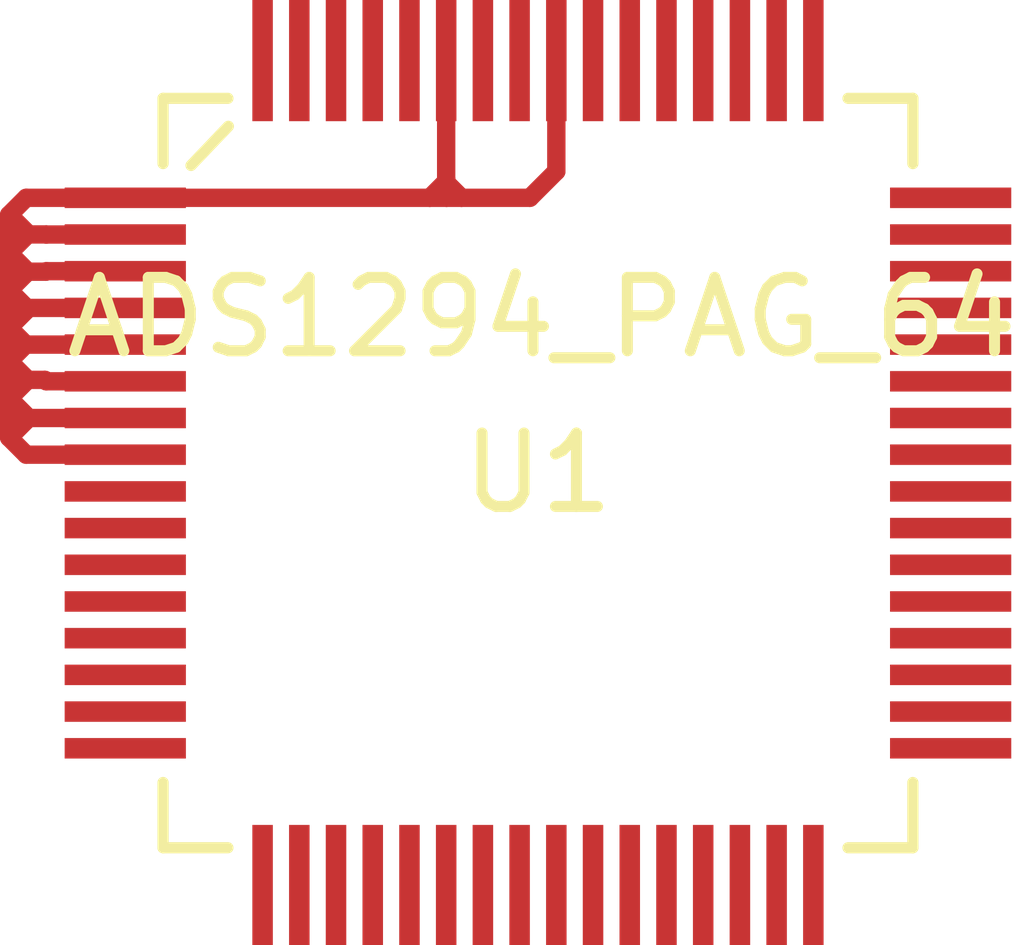
<source format=kicad_pcb>
(kicad_pcb (version 4) (host pcbnew 4.0.2-stable)

  (general
    (links 12)
    (no_connects 12)
    (area 0 0 0 0)
    (thickness 1.6)
    (drawings 0)
    (tracks 67)
    (zones 0)
    (modules 1)
    (nets 53)
  )

  (page A4)
  (layers
    (0 F.Cu signal)
    (1 PowerPlane power)
    (2 GndPlane power)
    (31 B.Cu signal)
    (33 F.Adhes user)
    (35 F.Paste user)
    (37 F.SilkS user)
    (39 F.Mask user)
    (40 Dwgs.User user)
    (41 Cmts.User user)
    (42 Eco1.User user)
    (43 Eco2.User user)
    (44 Edge.Cuts user)
    (45 Margin user)
    (47 F.CrtYd user)
    (49 F.Fab user)
  )

  (setup
    (last_trace_width 0.25)
    (trace_clearance 0.2)
    (zone_clearance 0.508)
    (zone_45_only no)
    (trace_min 0.2)
    (segment_width 0.2)
    (edge_width 0.15)
    (via_size 0.6)
    (via_drill 0.4)
    (via_min_size 0.4)
    (via_min_drill 0.3)
    (uvia_size 0.3)
    (uvia_drill 0.1)
    (uvias_allowed no)
    (uvia_min_size 0.2)
    (uvia_min_drill 0.1)
    (pcb_text_width 0.3)
    (pcb_text_size 1.5 1.5)
    (mod_edge_width 0.15)
    (mod_text_size 1 1)
    (mod_text_width 0.15)
    (pad_size 1.524 1.524)
    (pad_drill 0.762)
    (pad_to_mask_clearance 0.2)
    (aux_axis_origin 0 0)
    (visible_elements FFFFFF7F)
    (pcbplotparams
      (layerselection 0x00030_80000001)
      (usegerberextensions false)
      (excludeedgelayer true)
      (linewidth 0.100000)
      (plotframeref false)
      (viasonmask false)
      (mode 1)
      (useauxorigin false)
      (hpglpennumber 1)
      (hpglpenspeed 20)
      (hpglpendiameter 15)
      (hpglpenoverlay 2)
      (psnegative false)
      (psa4output false)
      (plotreference true)
      (plotvalue true)
      (plotinvisibletext false)
      (padsonsilk false)
      (subtractmaskfromsilk false)
      (outputformat 1)
      (mirror false)
      (drillshape 1)
      (scaleselection 1)
      (outputdirectory ""))
  )

  (net 0 "")
  (net 1 /AVDD)
  (net 2 "Net-(U1-Pad9)")
  (net 3 "Net-(U1-Pad10)")
  (net 4 "Net-(U1-Pad11)")
  (net 5 "Net-(U1-Pad12)")
  (net 6 "Net-(U1-Pad13)")
  (net 7 "Net-(U1-Pad14)")
  (net 8 "Net-(U1-Pad15)")
  (net 9 "Net-(U1-Pad16)")
  (net 10 "Net-(U1-Pad17)")
  (net 11 "Net-(U1-Pad18)")
  (net 12 "Net-(U1-Pad20)")
  (net 13 "Net-(U1-Pad23)")
  (net 14 "Net-(U1-Pad24)")
  (net 15 "Net-(U1-Pad25)")
  (net 16 "Net-(U1-Pad26)")
  (net 17 "Net-(U1-Pad27)")
  (net 18 "Net-(U1-Pad28)")
  (net 19 "Net-(U1-Pad29)")
  (net 20 "Net-(U1-Pad30)")
  (net 21 "Net-(U1-Pad31)")
  (net 22 "Net-(U1-Pad32)")
  (net 23 "Net-(U1-Pad33)")
  (net 24 "Net-(U1-Pad34)")
  (net 25 "Net-(U1-Pad35)")
  (net 26 "Net-(U1-Pad36)")
  (net 27 "Net-(U1-Pad37)")
  (net 28 "Net-(U1-Pad38)")
  (net 29 "Net-(U1-Pad39)")
  (net 30 "Net-(U1-Pad40)")
  (net 31 "Net-(U1-Pad41)")
  (net 32 "Net-(U1-Pad42)")
  (net 33 "Net-(U1-Pad43)")
  (net 34 "Net-(U1-Pad44)")
  (net 35 "Net-(U1-Pad45)")
  (net 36 "Net-(U1-Pad46)")
  (net 37 "Net-(U1-Pad47)")
  (net 38 "Net-(U1-Pad48)")
  (net 39 "Net-(U1-Pad49)")
  (net 40 "Net-(U1-Pad50)")
  (net 41 "Net-(U1-Pad51)")
  (net 42 "Net-(U1-Pad52)")
  (net 43 "Net-(U1-Pad53)")
  (net 44 "Net-(U1-Pad54)")
  (net 45 "Net-(U1-Pad55)")
  (net 46 "Net-(U1-Pad57)")
  (net 47 "Net-(U1-Pad58)")
  (net 48 "Net-(U1-Pad60)")
  (net 49 "Net-(U1-Pad61)")
  (net 50 "Net-(U1-Pad62)")
  (net 51 "Net-(U1-Pad63)")
  (net 52 "Net-(U1-Pad64)")

  (net_class Default "Esta es la clase de red por defecto."
    (clearance 0.2)
    (trace_width 0.25)
    (via_dia 0.6)
    (via_drill 0.4)
    (uvia_dia 0.3)
    (uvia_drill 0.1)
    (add_net /AVDD)
    (add_net "Net-(U1-Pad10)")
    (add_net "Net-(U1-Pad11)")
    (add_net "Net-(U1-Pad12)")
    (add_net "Net-(U1-Pad13)")
    (add_net "Net-(U1-Pad14)")
    (add_net "Net-(U1-Pad15)")
    (add_net "Net-(U1-Pad16)")
    (add_net "Net-(U1-Pad17)")
    (add_net "Net-(U1-Pad18)")
    (add_net "Net-(U1-Pad20)")
    (add_net "Net-(U1-Pad23)")
    (add_net "Net-(U1-Pad24)")
    (add_net "Net-(U1-Pad25)")
    (add_net "Net-(U1-Pad26)")
    (add_net "Net-(U1-Pad27)")
    (add_net "Net-(U1-Pad28)")
    (add_net "Net-(U1-Pad29)")
    (add_net "Net-(U1-Pad30)")
    (add_net "Net-(U1-Pad31)")
    (add_net "Net-(U1-Pad32)")
    (add_net "Net-(U1-Pad33)")
    (add_net "Net-(U1-Pad34)")
    (add_net "Net-(U1-Pad35)")
    (add_net "Net-(U1-Pad36)")
    (add_net "Net-(U1-Pad37)")
    (add_net "Net-(U1-Pad38)")
    (add_net "Net-(U1-Pad39)")
    (add_net "Net-(U1-Pad40)")
    (add_net "Net-(U1-Pad41)")
    (add_net "Net-(U1-Pad42)")
    (add_net "Net-(U1-Pad43)")
    (add_net "Net-(U1-Pad44)")
    (add_net "Net-(U1-Pad45)")
    (add_net "Net-(U1-Pad46)")
    (add_net "Net-(U1-Pad47)")
    (add_net "Net-(U1-Pad48)")
    (add_net "Net-(U1-Pad49)")
    (add_net "Net-(U1-Pad50)")
    (add_net "Net-(U1-Pad51)")
    (add_net "Net-(U1-Pad52)")
    (add_net "Net-(U1-Pad53)")
    (add_net "Net-(U1-Pad54)")
    (add_net "Net-(U1-Pad55)")
    (add_net "Net-(U1-Pad57)")
    (add_net "Net-(U1-Pad58)")
    (add_net "Net-(U1-Pad60)")
    (add_net "Net-(U1-Pad61)")
    (add_net "Net-(U1-Pad62)")
    (add_net "Net-(U1-Pad63)")
    (add_net "Net-(U1-Pad64)")
    (add_net "Net-(U1-Pad9)")
  )

  (module ADS1294-lib:ADS1294_PAG_64 (layer F.Cu) (tedit 0) (tstamp 5B8D856D)
    (at 148.5011 105.0036)
    (path /5B8D8034)
    (fp_text reference U1 (at 0 0) (layer F.SilkS)
      (effects (font (size 1 1) (thickness 0.15)))
    )
    (fp_text value ADS1294_PAG_64 (at 0.0508 -2.1209) (layer F.SilkS)
      (effects (font (size 1 1) (thickness 0.15)))
    )
    (fp_text user "Copyright 2016 Accelerated Designs. All rights reserved." (at 0 0) (layer Cmts.User)
      (effects (font (size 0.127 0.127) (thickness 0.002)))
    )
    (fp_line (start 3.6103 -5.1054) (end 3.8897 -5.1054) (layer Dwgs.User) (width 0.1524))
    (fp_line (start 3.8897 -5.1054) (end 3.8897 -6.096) (layer Dwgs.User) (width 0.1524))
    (fp_line (start 3.8897 -6.096) (end 3.6103 -6.096) (layer Dwgs.User) (width 0.1524))
    (fp_line (start 3.6103 -6.096) (end 3.6103 -5.1054) (layer Dwgs.User) (width 0.1524))
    (fp_line (start 3.1103 -5.1054) (end 3.3897 -5.1054) (layer Dwgs.User) (width 0.1524))
    (fp_line (start 3.3897 -5.1054) (end 3.3897 -6.096) (layer Dwgs.User) (width 0.1524))
    (fp_line (start 3.3897 -6.096) (end 3.1103 -6.096) (layer Dwgs.User) (width 0.1524))
    (fp_line (start 3.1103 -6.096) (end 3.1103 -5.1054) (layer Dwgs.User) (width 0.1524))
    (fp_line (start 2.6103 -5.1054) (end 2.8897 -5.1054) (layer Dwgs.User) (width 0.1524))
    (fp_line (start 2.8897 -5.1054) (end 2.8897 -6.096) (layer Dwgs.User) (width 0.1524))
    (fp_line (start 2.8897 -6.096) (end 2.6103 -6.096) (layer Dwgs.User) (width 0.1524))
    (fp_line (start 2.6103 -6.096) (end 2.6103 -5.1054) (layer Dwgs.User) (width 0.1524))
    (fp_line (start 2.1103 -5.1054) (end 2.3897 -5.1054) (layer Dwgs.User) (width 0.1524))
    (fp_line (start 2.3897 -5.1054) (end 2.3897 -6.096) (layer Dwgs.User) (width 0.1524))
    (fp_line (start 2.3897 -6.096) (end 2.1103 -6.096) (layer Dwgs.User) (width 0.1524))
    (fp_line (start 2.1103 -6.096) (end 2.1103 -5.1054) (layer Dwgs.User) (width 0.1524))
    (fp_line (start 1.6103 -5.1054) (end 1.8897 -5.1054) (layer Dwgs.User) (width 0.1524))
    (fp_line (start 1.8897 -5.1054) (end 1.8897 -6.096) (layer Dwgs.User) (width 0.1524))
    (fp_line (start 1.8897 -6.096) (end 1.6103 -6.096) (layer Dwgs.User) (width 0.1524))
    (fp_line (start 1.6103 -6.096) (end 1.6103 -5.1054) (layer Dwgs.User) (width 0.1524))
    (fp_line (start 1.1103 -5.1054) (end 1.3897 -5.1054) (layer Dwgs.User) (width 0.1524))
    (fp_line (start 1.3897 -5.1054) (end 1.3897 -6.096) (layer Dwgs.User) (width 0.1524))
    (fp_line (start 1.3897 -6.096) (end 1.1103 -6.096) (layer Dwgs.User) (width 0.1524))
    (fp_line (start 1.1103 -6.096) (end 1.1103 -5.1054) (layer Dwgs.User) (width 0.1524))
    (fp_line (start 0.6103 -5.1054) (end 0.8897 -5.1054) (layer Dwgs.User) (width 0.1524))
    (fp_line (start 0.8897 -5.1054) (end 0.8897 -6.096) (layer Dwgs.User) (width 0.1524))
    (fp_line (start 0.8897 -6.096) (end 0.6103 -6.096) (layer Dwgs.User) (width 0.1524))
    (fp_line (start 0.6103 -6.096) (end 0.6103 -5.1054) (layer Dwgs.User) (width 0.1524))
    (fp_line (start 0.1103 -5.1054) (end 0.3897 -5.1054) (layer Dwgs.User) (width 0.1524))
    (fp_line (start 0.3897 -5.1054) (end 0.3897 -6.096) (layer Dwgs.User) (width 0.1524))
    (fp_line (start 0.3897 -6.096) (end 0.1103 -6.096) (layer Dwgs.User) (width 0.1524))
    (fp_line (start 0.1103 -6.096) (end 0.1103 -5.1054) (layer Dwgs.User) (width 0.1524))
    (fp_line (start -0.3897 -5.1054) (end -0.1103 -5.1054) (layer Dwgs.User) (width 0.1524))
    (fp_line (start -0.1103 -5.1054) (end -0.1103 -6.096) (layer Dwgs.User) (width 0.1524))
    (fp_line (start -0.1103 -6.096) (end -0.3897 -6.096) (layer Dwgs.User) (width 0.1524))
    (fp_line (start -0.3897 -6.096) (end -0.3897 -5.1054) (layer Dwgs.User) (width 0.1524))
    (fp_line (start -0.8897 -5.1054) (end -0.6103 -5.1054) (layer Dwgs.User) (width 0.1524))
    (fp_line (start -0.6103 -5.1054) (end -0.6103 -6.096) (layer Dwgs.User) (width 0.1524))
    (fp_line (start -0.6103 -6.096) (end -0.8897 -6.096) (layer Dwgs.User) (width 0.1524))
    (fp_line (start -0.8897 -6.096) (end -0.8897 -5.1054) (layer Dwgs.User) (width 0.1524))
    (fp_line (start -1.3897 -5.1054) (end -1.1103 -5.1054) (layer Dwgs.User) (width 0.1524))
    (fp_line (start -1.1103 -5.1054) (end -1.1103 -6.096) (layer Dwgs.User) (width 0.1524))
    (fp_line (start -1.1103 -6.096) (end -1.3897 -6.096) (layer Dwgs.User) (width 0.1524))
    (fp_line (start -1.3897 -6.096) (end -1.3897 -5.1054) (layer Dwgs.User) (width 0.1524))
    (fp_line (start -1.8897 -5.1054) (end -1.6103 -5.1054) (layer Dwgs.User) (width 0.1524))
    (fp_line (start -1.6103 -5.1054) (end -1.6103 -6.096) (layer Dwgs.User) (width 0.1524))
    (fp_line (start -1.6103 -6.096) (end -1.8897 -6.096) (layer Dwgs.User) (width 0.1524))
    (fp_line (start -1.8897 -6.096) (end -1.8897 -5.1054) (layer Dwgs.User) (width 0.1524))
    (fp_line (start -2.3897 -5.1054) (end -2.1103 -5.1054) (layer Dwgs.User) (width 0.1524))
    (fp_line (start -2.1103 -5.1054) (end -2.1103 -6.096) (layer Dwgs.User) (width 0.1524))
    (fp_line (start -2.1103 -6.096) (end -2.3897 -6.096) (layer Dwgs.User) (width 0.1524))
    (fp_line (start -2.3897 -6.096) (end -2.3897 -5.1054) (layer Dwgs.User) (width 0.1524))
    (fp_line (start -2.8897 -5.1054) (end -2.6103 -5.1054) (layer Dwgs.User) (width 0.1524))
    (fp_line (start -2.6103 -5.1054) (end -2.6103 -6.096) (layer Dwgs.User) (width 0.1524))
    (fp_line (start -2.6103 -6.096) (end -2.8897 -6.096) (layer Dwgs.User) (width 0.1524))
    (fp_line (start -2.8897 -6.096) (end -2.8897 -5.1054) (layer Dwgs.User) (width 0.1524))
    (fp_line (start -3.3897 -5.1054) (end -3.1103 -5.1054) (layer Dwgs.User) (width 0.1524))
    (fp_line (start -3.1103 -5.1054) (end -3.1103 -6.096) (layer Dwgs.User) (width 0.1524))
    (fp_line (start -3.1103 -6.096) (end -3.3897 -6.096) (layer Dwgs.User) (width 0.1524))
    (fp_line (start -3.3897 -6.096) (end -3.3897 -5.1054) (layer Dwgs.User) (width 0.1524))
    (fp_line (start -3.8897 -5.1054) (end -3.6103 -5.1054) (layer Dwgs.User) (width 0.1524))
    (fp_line (start -3.6103 -5.1054) (end -3.6103 -6.096) (layer Dwgs.User) (width 0.1524))
    (fp_line (start -3.6103 -6.096) (end -3.8897 -6.096) (layer Dwgs.User) (width 0.1524))
    (fp_line (start -3.8897 -6.096) (end -3.8897 -5.1054) (layer Dwgs.User) (width 0.1524))
    (fp_line (start -5.1054 -3.6068) (end -5.1054 -3.8862) (layer Dwgs.User) (width 0.1524))
    (fp_line (start -5.1054 -3.8862) (end -6.096 -3.8862) (layer Dwgs.User) (width 0.1524))
    (fp_line (start -6.096 -3.8862) (end -6.096 -3.6068) (layer Dwgs.User) (width 0.1524))
    (fp_line (start -6.096 -3.6068) (end -5.1054 -3.6068) (layer Dwgs.User) (width 0.1524))
    (fp_line (start -5.1054 -3.0988) (end -5.1054 -3.3782) (layer Dwgs.User) (width 0.1524))
    (fp_line (start -5.1054 -3.3782) (end -6.096 -3.3782) (layer Dwgs.User) (width 0.1524))
    (fp_line (start -6.096 -3.3782) (end -6.096 -3.0988) (layer Dwgs.User) (width 0.1524))
    (fp_line (start -6.096 -3.0988) (end -5.1054 -3.0988) (layer Dwgs.User) (width 0.1524))
    (fp_line (start -5.1054 -2.5908) (end -5.1054 -2.8702) (layer Dwgs.User) (width 0.1524))
    (fp_line (start -5.1054 -2.8702) (end -6.096 -2.8702) (layer Dwgs.User) (width 0.1524))
    (fp_line (start -6.096 -2.8702) (end -6.096 -2.5908) (layer Dwgs.User) (width 0.1524))
    (fp_line (start -6.096 -2.5908) (end -5.1054 -2.5908) (layer Dwgs.User) (width 0.1524))
    (fp_line (start -5.1054 -2.1082) (end -5.1054 -2.3876) (layer Dwgs.User) (width 0.1524))
    (fp_line (start -5.1054 -2.3876) (end -6.096 -2.3876) (layer Dwgs.User) (width 0.1524))
    (fp_line (start -6.096 -2.3876) (end -6.096 -2.1082) (layer Dwgs.User) (width 0.1524))
    (fp_line (start -6.096 -2.1082) (end -5.1054 -2.1082) (layer Dwgs.User) (width 0.1524))
    (fp_line (start -5.1054 -1.6002) (end -5.1054 -1.8796) (layer Dwgs.User) (width 0.1524))
    (fp_line (start -5.1054 -1.8796) (end -6.096 -1.8796) (layer Dwgs.User) (width 0.1524))
    (fp_line (start -6.096 -1.8796) (end -6.096 -1.6002) (layer Dwgs.User) (width 0.1524))
    (fp_line (start -6.096 -1.6002) (end -5.1054 -1.6002) (layer Dwgs.User) (width 0.1524))
    (fp_line (start -5.1054 -1.0922) (end -5.1054 -1.3716) (layer Dwgs.User) (width 0.1524))
    (fp_line (start -5.1054 -1.3716) (end -6.096 -1.3716) (layer Dwgs.User) (width 0.1524))
    (fp_line (start -6.096 -1.3716) (end -6.096 -1.0922) (layer Dwgs.User) (width 0.1524))
    (fp_line (start -6.096 -1.0922) (end -5.1054 -1.0922) (layer Dwgs.User) (width 0.1524))
    (fp_line (start -5.1054 -0.6096) (end -5.1054 -0.889) (layer Dwgs.User) (width 0.1524))
    (fp_line (start -5.1054 -0.889) (end -6.096 -0.889) (layer Dwgs.User) (width 0.1524))
    (fp_line (start -6.096 -0.889) (end -6.096 -0.6096) (layer Dwgs.User) (width 0.1524))
    (fp_line (start -6.096 -0.6096) (end -5.1054 -0.6096) (layer Dwgs.User) (width 0.1524))
    (fp_line (start -5.1054 -0.1016) (end -5.1054 -0.381) (layer Dwgs.User) (width 0.1524))
    (fp_line (start -5.1054 -0.381) (end -6.096 -0.381) (layer Dwgs.User) (width 0.1524))
    (fp_line (start -6.096 -0.381) (end -6.096 -0.1016) (layer Dwgs.User) (width 0.1524))
    (fp_line (start -6.096 -0.1016) (end -5.1054 -0.1016) (layer Dwgs.User) (width 0.1524))
    (fp_line (start -5.1054 0.381) (end -5.1054 0.1016) (layer Dwgs.User) (width 0.1524))
    (fp_line (start -5.1054 0.1016) (end -6.096 0.1016) (layer Dwgs.User) (width 0.1524))
    (fp_line (start -6.096 0.1016) (end -6.096 0.381) (layer Dwgs.User) (width 0.1524))
    (fp_line (start -6.096 0.381) (end -5.1054 0.381) (layer Dwgs.User) (width 0.1524))
    (fp_line (start -5.1054 0.889) (end -5.1054 0.6096) (layer Dwgs.User) (width 0.1524))
    (fp_line (start -5.1054 0.6096) (end -6.096 0.6096) (layer Dwgs.User) (width 0.1524))
    (fp_line (start -6.096 0.6096) (end -6.096 0.889) (layer Dwgs.User) (width 0.1524))
    (fp_line (start -6.096 0.889) (end -5.1054 0.889) (layer Dwgs.User) (width 0.1524))
    (fp_line (start -5.1054 1.3716) (end -5.1054 1.0922) (layer Dwgs.User) (width 0.1524))
    (fp_line (start -5.1054 1.0922) (end -6.096 1.0922) (layer Dwgs.User) (width 0.1524))
    (fp_line (start -6.096 1.0922) (end -6.096 1.3716) (layer Dwgs.User) (width 0.1524))
    (fp_line (start -6.096 1.3716) (end -5.1054 1.3716) (layer Dwgs.User) (width 0.1524))
    (fp_line (start -5.1054 1.8796) (end -5.1054 1.6002) (layer Dwgs.User) (width 0.1524))
    (fp_line (start -5.1054 1.6002) (end -6.096 1.6002) (layer Dwgs.User) (width 0.1524))
    (fp_line (start -6.096 1.6002) (end -6.096 1.8796) (layer Dwgs.User) (width 0.1524))
    (fp_line (start -6.096 1.8796) (end -5.1054 1.8796) (layer Dwgs.User) (width 0.1524))
    (fp_line (start -5.1054 2.3876) (end -5.1054 2.1082) (layer Dwgs.User) (width 0.1524))
    (fp_line (start -5.1054 2.1082) (end -6.096 2.1082) (layer Dwgs.User) (width 0.1524))
    (fp_line (start -6.096 2.1082) (end -6.096 2.3876) (layer Dwgs.User) (width 0.1524))
    (fp_line (start -6.096 2.3876) (end -5.1054 2.3876) (layer Dwgs.User) (width 0.1524))
    (fp_line (start -5.1054 2.8702) (end -5.1054 2.5908) (layer Dwgs.User) (width 0.1524))
    (fp_line (start -5.1054 2.5908) (end -6.096 2.5908) (layer Dwgs.User) (width 0.1524))
    (fp_line (start -6.096 2.5908) (end -6.096 2.8702) (layer Dwgs.User) (width 0.1524))
    (fp_line (start -6.096 2.8702) (end -5.1054 2.8702) (layer Dwgs.User) (width 0.1524))
    (fp_line (start -5.1054 3.3782) (end -5.1054 3.0988) (layer Dwgs.User) (width 0.1524))
    (fp_line (start -5.1054 3.0988) (end -6.096 3.0988) (layer Dwgs.User) (width 0.1524))
    (fp_line (start -6.096 3.0988) (end -6.096 3.3782) (layer Dwgs.User) (width 0.1524))
    (fp_line (start -6.096 3.3782) (end -5.1054 3.3782) (layer Dwgs.User) (width 0.1524))
    (fp_line (start -5.1054 3.8862) (end -5.1054 3.6068) (layer Dwgs.User) (width 0.1524))
    (fp_line (start -5.1054 3.6068) (end -6.096 3.6068) (layer Dwgs.User) (width 0.1524))
    (fp_line (start -6.096 3.6068) (end -6.096 3.8862) (layer Dwgs.User) (width 0.1524))
    (fp_line (start -6.096 3.8862) (end -5.1054 3.8862) (layer Dwgs.User) (width 0.1524))
    (fp_line (start -3.6103 5.1054) (end -3.8897 5.1054) (layer Dwgs.User) (width 0.1524))
    (fp_line (start -3.8897 5.1054) (end -3.8897 6.096) (layer Dwgs.User) (width 0.1524))
    (fp_line (start -3.8897 6.096) (end -3.6103 6.096) (layer Dwgs.User) (width 0.1524))
    (fp_line (start -3.6103 6.096) (end -3.6103 5.1054) (layer Dwgs.User) (width 0.1524))
    (fp_line (start -3.1103 5.1054) (end -3.3897 5.1054) (layer Dwgs.User) (width 0.1524))
    (fp_line (start -3.3897 5.1054) (end -3.3897 6.096) (layer Dwgs.User) (width 0.1524))
    (fp_line (start -3.3897 6.096) (end -3.1103 6.096) (layer Dwgs.User) (width 0.1524))
    (fp_line (start -3.1103 6.096) (end -3.1103 5.1054) (layer Dwgs.User) (width 0.1524))
    (fp_line (start -2.6103 5.1054) (end -2.8897 5.1054) (layer Dwgs.User) (width 0.1524))
    (fp_line (start -2.8897 5.1054) (end -2.8897 6.096) (layer Dwgs.User) (width 0.1524))
    (fp_line (start -2.8897 6.096) (end -2.6103 6.096) (layer Dwgs.User) (width 0.1524))
    (fp_line (start -2.6103 6.096) (end -2.6103 5.1054) (layer Dwgs.User) (width 0.1524))
    (fp_line (start -2.1103 5.1054) (end -2.3897 5.1054) (layer Dwgs.User) (width 0.1524))
    (fp_line (start -2.3897 5.1054) (end -2.3897 6.096) (layer Dwgs.User) (width 0.1524))
    (fp_line (start -2.3897 6.096) (end -2.1103 6.096) (layer Dwgs.User) (width 0.1524))
    (fp_line (start -2.1103 6.096) (end -2.1103 5.1054) (layer Dwgs.User) (width 0.1524))
    (fp_line (start -1.6103 5.1054) (end -1.8897 5.1054) (layer Dwgs.User) (width 0.1524))
    (fp_line (start -1.8897 5.1054) (end -1.8897 6.096) (layer Dwgs.User) (width 0.1524))
    (fp_line (start -1.8897 6.096) (end -1.6103 6.096) (layer Dwgs.User) (width 0.1524))
    (fp_line (start -1.6103 6.096) (end -1.6103 5.1054) (layer Dwgs.User) (width 0.1524))
    (fp_line (start -1.1103 5.1054) (end -1.3897 5.1054) (layer Dwgs.User) (width 0.1524))
    (fp_line (start -1.3897 5.1054) (end -1.3897 6.096) (layer Dwgs.User) (width 0.1524))
    (fp_line (start -1.3897 6.096) (end -1.1103 6.096) (layer Dwgs.User) (width 0.1524))
    (fp_line (start -1.1103 6.096) (end -1.1103 5.1054) (layer Dwgs.User) (width 0.1524))
    (fp_line (start -0.6103 5.1054) (end -0.8897 5.1054) (layer Dwgs.User) (width 0.1524))
    (fp_line (start -0.8897 5.1054) (end -0.8897 6.096) (layer Dwgs.User) (width 0.1524))
    (fp_line (start -0.8897 6.096) (end -0.6103 6.096) (layer Dwgs.User) (width 0.1524))
    (fp_line (start -0.6103 6.096) (end -0.6103 5.1054) (layer Dwgs.User) (width 0.1524))
    (fp_line (start -0.1103 5.1054) (end -0.3897 5.1054) (layer Dwgs.User) (width 0.1524))
    (fp_line (start -0.3897 5.1054) (end -0.3897 6.096) (layer Dwgs.User) (width 0.1524))
    (fp_line (start -0.3897 6.096) (end -0.1103 6.096) (layer Dwgs.User) (width 0.1524))
    (fp_line (start -0.1103 6.096) (end -0.1103 5.1054) (layer Dwgs.User) (width 0.1524))
    (fp_line (start 0.3897 5.1054) (end 0.1103 5.1054) (layer Dwgs.User) (width 0.1524))
    (fp_line (start 0.1103 5.1054) (end 0.1103 6.096) (layer Dwgs.User) (width 0.1524))
    (fp_line (start 0.1103 6.096) (end 0.3897 6.096) (layer Dwgs.User) (width 0.1524))
    (fp_line (start 0.3897 6.096) (end 0.3897 5.1054) (layer Dwgs.User) (width 0.1524))
    (fp_line (start 0.8897 5.1054) (end 0.6103 5.1054) (layer Dwgs.User) (width 0.1524))
    (fp_line (start 0.6103 5.1054) (end 0.6103 6.096) (layer Dwgs.User) (width 0.1524))
    (fp_line (start 0.6103 6.096) (end 0.8897 6.096) (layer Dwgs.User) (width 0.1524))
    (fp_line (start 0.8897 6.096) (end 0.8897 5.1054) (layer Dwgs.User) (width 0.1524))
    (fp_line (start 1.3897 5.1054) (end 1.1103 5.1054) (layer Dwgs.User) (width 0.1524))
    (fp_line (start 1.1103 5.1054) (end 1.1103 6.096) (layer Dwgs.User) (width 0.1524))
    (fp_line (start 1.1103 6.096) (end 1.3897 6.096) (layer Dwgs.User) (width 0.1524))
    (fp_line (start 1.3897 6.096) (end 1.3897 5.1054) (layer Dwgs.User) (width 0.1524))
    (fp_line (start 1.8897 5.1054) (end 1.6103 5.1054) (layer Dwgs.User) (width 0.1524))
    (fp_line (start 1.6103 5.1054) (end 1.6103 6.096) (layer Dwgs.User) (width 0.1524))
    (fp_line (start 1.6103 6.096) (end 1.8897 6.096) (layer Dwgs.User) (width 0.1524))
    (fp_line (start 1.8897 6.096) (end 1.8897 5.1054) (layer Dwgs.User) (width 0.1524))
    (fp_line (start 2.3897 5.1054) (end 2.1103 5.1054) (layer Dwgs.User) (width 0.1524))
    (fp_line (start 2.1103 5.1054) (end 2.1103 6.096) (layer Dwgs.User) (width 0.1524))
    (fp_line (start 2.1103 6.096) (end 2.3897 6.096) (layer Dwgs.User) (width 0.1524))
    (fp_line (start 2.3897 6.096) (end 2.3897 5.1054) (layer Dwgs.User) (width 0.1524))
    (fp_line (start 2.8897 5.1054) (end 2.6103 5.1054) (layer Dwgs.User) (width 0.1524))
    (fp_line (start 2.6103 5.1054) (end 2.6103 6.096) (layer Dwgs.User) (width 0.1524))
    (fp_line (start 2.6103 6.096) (end 2.8897 6.096) (layer Dwgs.User) (width 0.1524))
    (fp_line (start 2.8897 6.096) (end 2.8897 5.1054) (layer Dwgs.User) (width 0.1524))
    (fp_line (start 3.3897 5.1054) (end 3.1103 5.1054) (layer Dwgs.User) (width 0.1524))
    (fp_line (start 3.1103 5.1054) (end 3.1103 6.096) (layer Dwgs.User) (width 0.1524))
    (fp_line (start 3.1103 6.096) (end 3.3897 6.096) (layer Dwgs.User) (width 0.1524))
    (fp_line (start 3.3897 6.096) (end 3.3897 5.1054) (layer Dwgs.User) (width 0.1524))
    (fp_line (start 3.8897 5.1054) (end 3.6103 5.1054) (layer Dwgs.User) (width 0.1524))
    (fp_line (start 3.6103 5.1054) (end 3.6103 6.096) (layer Dwgs.User) (width 0.1524))
    (fp_line (start 3.6103 6.096) (end 3.8897 6.096) (layer Dwgs.User) (width 0.1524))
    (fp_line (start 3.8897 6.096) (end 3.8897 5.1054) (layer Dwgs.User) (width 0.1524))
    (fp_line (start 5.1054 3.6068) (end 5.1054 3.8862) (layer Dwgs.User) (width 0.1524))
    (fp_line (start 5.1054 3.8862) (end 6.096 3.8862) (layer Dwgs.User) (width 0.1524))
    (fp_line (start 6.096 3.8862) (end 6.096 3.6068) (layer Dwgs.User) (width 0.1524))
    (fp_line (start 6.096 3.6068) (end 5.1054 3.6068) (layer Dwgs.User) (width 0.1524))
    (fp_line (start 5.1054 3.0988) (end 5.1054 3.3782) (layer Dwgs.User) (width 0.1524))
    (fp_line (start 5.1054 3.3782) (end 6.096 3.3782) (layer Dwgs.User) (width 0.1524))
    (fp_line (start 6.096 3.3782) (end 6.096 3.0988) (layer Dwgs.User) (width 0.1524))
    (fp_line (start 6.096 3.0988) (end 5.1054 3.0988) (layer Dwgs.User) (width 0.1524))
    (fp_line (start 5.1054 2.5908) (end 5.1054 2.8702) (layer Dwgs.User) (width 0.1524))
    (fp_line (start 5.1054 2.8702) (end 6.096 2.8702) (layer Dwgs.User) (width 0.1524))
    (fp_line (start 6.096 2.8702) (end 6.096 2.5908) (layer Dwgs.User) (width 0.1524))
    (fp_line (start 6.096 2.5908) (end 5.1054 2.5908) (layer Dwgs.User) (width 0.1524))
    (fp_line (start 5.1054 2.1082) (end 5.1054 2.3876) (layer Dwgs.User) (width 0.1524))
    (fp_line (start 5.1054 2.3876) (end 6.096 2.3876) (layer Dwgs.User) (width 0.1524))
    (fp_line (start 6.096 2.3876) (end 6.096 2.1082) (layer Dwgs.User) (width 0.1524))
    (fp_line (start 6.096 2.1082) (end 5.1054 2.1082) (layer Dwgs.User) (width 0.1524))
    (fp_line (start 5.1054 1.6002) (end 5.1054 1.8796) (layer Dwgs.User) (width 0.1524))
    (fp_line (start 5.1054 1.8796) (end 6.096 1.8796) (layer Dwgs.User) (width 0.1524))
    (fp_line (start 6.096 1.8796) (end 6.096 1.6002) (layer Dwgs.User) (width 0.1524))
    (fp_line (start 6.096 1.6002) (end 5.1054 1.6002) (layer Dwgs.User) (width 0.1524))
    (fp_line (start 5.1054 1.0922) (end 5.1054 1.3716) (layer Dwgs.User) (width 0.1524))
    (fp_line (start 5.1054 1.3716) (end 6.096 1.3716) (layer Dwgs.User) (width 0.1524))
    (fp_line (start 6.096 1.3716) (end 6.096 1.0922) (layer Dwgs.User) (width 0.1524))
    (fp_line (start 6.096 1.0922) (end 5.1054 1.0922) (layer Dwgs.User) (width 0.1524))
    (fp_line (start 5.1054 0.6096) (end 5.1054 0.889) (layer Dwgs.User) (width 0.1524))
    (fp_line (start 5.1054 0.889) (end 6.096 0.889) (layer Dwgs.User) (width 0.1524))
    (fp_line (start 6.096 0.889) (end 6.096 0.6096) (layer Dwgs.User) (width 0.1524))
    (fp_line (start 6.096 0.6096) (end 5.1054 0.6096) (layer Dwgs.User) (width 0.1524))
    (fp_line (start 5.1054 0.1016) (end 5.1054 0.381) (layer Dwgs.User) (width 0.1524))
    (fp_line (start 5.1054 0.381) (end 6.096 0.381) (layer Dwgs.User) (width 0.1524))
    (fp_line (start 6.096 0.381) (end 6.096 0.1016) (layer Dwgs.User) (width 0.1524))
    (fp_line (start 6.096 0.1016) (end 5.1054 0.1016) (layer Dwgs.User) (width 0.1524))
    (fp_line (start 5.1054 -0.381) (end 5.1054 -0.1016) (layer Dwgs.User) (width 0.1524))
    (fp_line (start 5.1054 -0.1016) (end 6.096 -0.1016) (layer Dwgs.User) (width 0.1524))
    (fp_line (start 6.096 -0.1016) (end 6.096 -0.381) (layer Dwgs.User) (width 0.1524))
    (fp_line (start 6.096 -0.381) (end 5.1054 -0.381) (layer Dwgs.User) (width 0.1524))
    (fp_line (start 5.1054 -0.889) (end 5.1054 -0.6096) (layer Dwgs.User) (width 0.1524))
    (fp_line (start 5.1054 -0.6096) (end 6.096 -0.6096) (layer Dwgs.User) (width 0.1524))
    (fp_line (start 6.096 -0.6096) (end 6.096 -0.889) (layer Dwgs.User) (width 0.1524))
    (fp_line (start 6.096 -0.889) (end 5.1054 -0.889) (layer Dwgs.User) (width 0.1524))
    (fp_line (start 5.1054 -1.3716) (end 5.1054 -1.0922) (layer Dwgs.User) (width 0.1524))
    (fp_line (start 5.1054 -1.0922) (end 6.096 -1.0922) (layer Dwgs.User) (width 0.1524))
    (fp_line (start 6.096 -1.0922) (end 6.096 -1.3716) (layer Dwgs.User) (width 0.1524))
    (fp_line (start 6.096 -1.3716) (end 5.1054 -1.3716) (layer Dwgs.User) (width 0.1524))
    (fp_line (start 5.1054 -1.8796) (end 5.1054 -1.6002) (layer Dwgs.User) (width 0.1524))
    (fp_line (start 5.1054 -1.6002) (end 6.096 -1.6002) (layer Dwgs.User) (width 0.1524))
    (fp_line (start 6.096 -1.6002) (end 6.096 -1.8796) (layer Dwgs.User) (width 0.1524))
    (fp_line (start 6.096 -1.8796) (end 5.1054 -1.8796) (layer Dwgs.User) (width 0.1524))
    (fp_line (start 5.1054 -2.3876) (end 5.1054 -2.1082) (layer Dwgs.User) (width 0.1524))
    (fp_line (start 5.1054 -2.1082) (end 6.096 -2.1082) (layer Dwgs.User) (width 0.1524))
    (fp_line (start 6.096 -2.1082) (end 6.096 -2.3876) (layer Dwgs.User) (width 0.1524))
    (fp_line (start 6.096 -2.3876) (end 5.1054 -2.3876) (layer Dwgs.User) (width 0.1524))
    (fp_line (start 5.1054 -2.8702) (end 5.1054 -2.5908) (layer Dwgs.User) (width 0.1524))
    (fp_line (start 5.1054 -2.5908) (end 6.096 -2.5908) (layer Dwgs.User) (width 0.1524))
    (fp_line (start 6.096 -2.5908) (end 6.096 -2.8702) (layer Dwgs.User) (width 0.1524))
    (fp_line (start 6.096 -2.8702) (end 5.1054 -2.8702) (layer Dwgs.User) (width 0.1524))
    (fp_line (start 5.1054 -3.3782) (end 5.1054 -3.0988) (layer Dwgs.User) (width 0.1524))
    (fp_line (start 5.1054 -3.0988) (end 6.096 -3.0988) (layer Dwgs.User) (width 0.1524))
    (fp_line (start 6.096 -3.0988) (end 6.096 -3.3782) (layer Dwgs.User) (width 0.1524))
    (fp_line (start 6.096 -3.3782) (end 5.1054 -3.3782) (layer Dwgs.User) (width 0.1524))
    (fp_line (start 5.1054 -3.8862) (end 5.1054 -3.6068) (layer Dwgs.User) (width 0.1524))
    (fp_line (start 5.1054 -3.6068) (end 6.096 -3.6068) (layer Dwgs.User) (width 0.1524))
    (fp_line (start 6.096 -3.6068) (end 6.096 -3.8862) (layer Dwgs.User) (width 0.1524))
    (fp_line (start 6.096 -3.8862) (end 5.1054 -3.8862) (layer Dwgs.User) (width 0.1524))
    (fp_line (start -4.724463 -4.191) (end -4.216337 -4.7244) (layer F.SilkS) (width 0.1524))
    (fp_line (start -5.1054 -3.8354) (end -3.8354 -5.1054) (layer Dwgs.User) (width 0.1524))
    (fp_line (start -5.1054 5.1054) (end -4.22244 5.1054) (layer F.SilkS) (width 0.1524))
    (fp_line (start 5.1054 5.1054) (end 5.1054 4.2164) (layer F.SilkS) (width 0.1524))
    (fp_line (start 5.1054 -5.1054) (end 4.22244 -5.1054) (layer F.SilkS) (width 0.1524))
    (fp_line (start -5.1054 -5.1054) (end -5.1054 -4.2164) (layer F.SilkS) (width 0.1524))
    (fp_line (start -5.1054 4.2164) (end -5.1054 5.1054) (layer F.SilkS) (width 0.1524))
    (fp_line (start -5.1054 5.1054) (end 5.1054 5.1054) (layer Dwgs.User) (width 0.1524))
    (fp_line (start 5.1054 5.1054) (end 5.1054 5.1054) (layer Dwgs.User) (width 0.1524))
    (fp_line (start 5.1054 5.1054) (end 5.1054 -5.1054) (layer Dwgs.User) (width 0.1524))
    (fp_line (start 5.1054 -5.1054) (end 5.1054 -5.1054) (layer Dwgs.User) (width 0.1524))
    (fp_line (start 5.1054 -5.1054) (end -5.1054 -5.1054) (layer Dwgs.User) (width 0.1524))
    (fp_line (start -5.1054 -5.1054) (end -5.1054 -5.1054) (layer Dwgs.User) (width 0.1524))
    (fp_line (start -5.1054 -5.1054) (end -5.1054 5.1054) (layer Dwgs.User) (width 0.1524))
    (fp_line (start -5.1054 5.1054) (end -5.1054 5.1054) (layer Dwgs.User) (width 0.1524))
    (fp_line (start 4.22244 5.1054) (end 5.1054 5.1054) (layer F.SilkS) (width 0.1524))
    (fp_line (start 5.1054 -4.2164) (end 5.1054 -5.1054) (layer F.SilkS) (width 0.1524))
    (fp_line (start -4.22244 -5.1054) (end -5.1054 -5.1054) (layer F.SilkS) (width 0.1524))
    (pad 1 smd rect (at -5.61975 -3.75 90) (size 0.2794 1.651) (layers F.Cu F.Paste F.Mask)
      (net 1 /AVDD))
    (pad 2 smd rect (at -5.61975 -3.250001 90) (size 0.2794 1.651) (layers F.Cu F.Paste F.Mask)
      (net 1 /AVDD))
    (pad 3 smd rect (at -5.61975 -2.75 90) (size 0.2794 1.651) (layers F.Cu F.Paste F.Mask)
      (net 1 /AVDD))
    (pad 4 smd rect (at -5.61975 -2.250001 90) (size 0.2794 1.651) (layers F.Cu F.Paste F.Mask)
      (net 1 /AVDD))
    (pad 5 smd rect (at -5.61975 -1.749999 90) (size 0.2794 1.651) (layers F.Cu F.Paste F.Mask)
      (net 1 /AVDD))
    (pad 6 smd rect (at -5.61975 -1.25 90) (size 0.2794 1.651) (layers F.Cu F.Paste F.Mask)
      (net 1 /AVDD))
    (pad 7 smd rect (at -5.61975 -0.750001 90) (size 0.2794 1.651) (layers F.Cu F.Paste F.Mask)
      (net 1 /AVDD))
    (pad 8 smd rect (at -5.61975 -0.25 90) (size 0.2794 1.651) (layers F.Cu F.Paste F.Mask)
      (net 1 /AVDD))
    (pad 9 smd rect (at -5.61975 0.25 90) (size 0.2794 1.651) (layers F.Cu F.Paste F.Mask)
      (net 2 "Net-(U1-Pad9)"))
    (pad 10 smd rect (at -5.61975 0.750001 90) (size 0.2794 1.651) (layers F.Cu F.Paste F.Mask)
      (net 3 "Net-(U1-Pad10)"))
    (pad 11 smd rect (at -5.61975 1.25 90) (size 0.2794 1.651) (layers F.Cu F.Paste F.Mask)
      (net 4 "Net-(U1-Pad11)"))
    (pad 12 smd rect (at -5.61975 1.749999 90) (size 0.2794 1.651) (layers F.Cu F.Paste F.Mask)
      (net 5 "Net-(U1-Pad12)"))
    (pad 13 smd rect (at -5.61975 2.250001 90) (size 0.2794 1.651) (layers F.Cu F.Paste F.Mask)
      (net 6 "Net-(U1-Pad13)"))
    (pad 14 smd rect (at -5.61975 2.75 90) (size 0.2794 1.651) (layers F.Cu F.Paste F.Mask)
      (net 7 "Net-(U1-Pad14)"))
    (pad 15 smd rect (at -5.61975 3.250001 90) (size 0.2794 1.651) (layers F.Cu F.Paste F.Mask)
      (net 8 "Net-(U1-Pad15)"))
    (pad 16 smd rect (at -5.61975 3.75 90) (size 0.2794 1.651) (layers F.Cu F.Paste F.Mask)
      (net 9 "Net-(U1-Pad16)"))
    (pad 17 smd rect (at -3.75 5.61975) (size 0.2794 1.651) (layers F.Cu F.Paste F.Mask)
      (net 10 "Net-(U1-Pad17)"))
    (pad 18 smd rect (at -3.250001 5.61975) (size 0.2794 1.651) (layers F.Cu F.Paste F.Mask)
      (net 11 "Net-(U1-Pad18)"))
    (pad 19 smd rect (at -2.75 5.61975) (size 0.2794 1.651) (layers F.Cu F.Paste F.Mask)
      (net 1 /AVDD))
    (pad 20 smd rect (at -2.250001 5.61975) (size 0.2794 1.651) (layers F.Cu F.Paste F.Mask)
      (net 12 "Net-(U1-Pad20)"))
    (pad 21 smd rect (at -1.749999 5.61975) (size 0.2794 1.651) (layers F.Cu F.Paste F.Mask)
      (net 1 /AVDD))
    (pad 22 smd rect (at -1.25 5.61975) (size 0.2794 1.651) (layers F.Cu F.Paste F.Mask)
      (net 1 /AVDD))
    (pad 23 smd rect (at -0.750001 5.61975) (size 0.2794 1.651) (layers F.Cu F.Paste F.Mask)
      (net 13 "Net-(U1-Pad23)"))
    (pad 24 smd rect (at -0.25 5.61975) (size 0.2794 1.651) (layers F.Cu F.Paste F.Mask)
      (net 14 "Net-(U1-Pad24)"))
    (pad 25 smd rect (at 0.25 5.61975) (size 0.2794 1.651) (layers F.Cu F.Paste F.Mask)
      (net 15 "Net-(U1-Pad25)"))
    (pad 26 smd rect (at 0.750001 5.61975) (size 0.2794 1.651) (layers F.Cu F.Paste F.Mask)
      (net 16 "Net-(U1-Pad26)"))
    (pad 27 smd rect (at 1.25 5.61975) (size 0.2794 1.651) (layers F.Cu F.Paste F.Mask)
      (net 17 "Net-(U1-Pad27)"))
    (pad 28 smd rect (at 1.749999 5.61975) (size 0.2794 1.651) (layers F.Cu F.Paste F.Mask)
      (net 18 "Net-(U1-Pad28)"))
    (pad 29 smd rect (at 2.250001 5.61975) (size 0.2794 1.651) (layers F.Cu F.Paste F.Mask)
      (net 19 "Net-(U1-Pad29)"))
    (pad 30 smd rect (at 2.75 5.61975) (size 0.2794 1.651) (layers F.Cu F.Paste F.Mask)
      (net 20 "Net-(U1-Pad30)"))
    (pad 31 smd rect (at 3.250001 5.61975) (size 0.2794 1.651) (layers F.Cu F.Paste F.Mask)
      (net 21 "Net-(U1-Pad31)"))
    (pad 32 smd rect (at 3.75 5.61975) (size 0.2794 1.651) (layers F.Cu F.Paste F.Mask)
      (net 22 "Net-(U1-Pad32)"))
    (pad 33 smd rect (at 5.61975 3.75 90) (size 0.2794 1.651) (layers F.Cu F.Paste F.Mask)
      (net 23 "Net-(U1-Pad33)"))
    (pad 34 smd rect (at 5.61975 3.250001 90) (size 0.2794 1.651) (layers F.Cu F.Paste F.Mask)
      (net 24 "Net-(U1-Pad34)"))
    (pad 35 smd rect (at 5.61975 2.75 90) (size 0.2794 1.651) (layers F.Cu F.Paste F.Mask)
      (net 25 "Net-(U1-Pad35)"))
    (pad 36 smd rect (at 5.61975 2.250001 90) (size 0.2794 1.651) (layers F.Cu F.Paste F.Mask)
      (net 26 "Net-(U1-Pad36)"))
    (pad 37 smd rect (at 5.61975 1.749999 90) (size 0.2794 1.651) (layers F.Cu F.Paste F.Mask)
      (net 27 "Net-(U1-Pad37)"))
    (pad 38 smd rect (at 5.61975 1.25 90) (size 0.2794 1.651) (layers F.Cu F.Paste F.Mask)
      (net 28 "Net-(U1-Pad38)"))
    (pad 39 smd rect (at 5.61975 0.750001 90) (size 0.2794 1.651) (layers F.Cu F.Paste F.Mask)
      (net 29 "Net-(U1-Pad39)"))
    (pad 40 smd rect (at 5.61975 0.25 90) (size 0.2794 1.651) (layers F.Cu F.Paste F.Mask)
      (net 30 "Net-(U1-Pad40)"))
    (pad 41 smd rect (at 5.61975 -0.25 90) (size 0.2794 1.651) (layers F.Cu F.Paste F.Mask)
      (net 31 "Net-(U1-Pad41)"))
    (pad 42 smd rect (at 5.61975 -0.750001 90) (size 0.2794 1.651) (layers F.Cu F.Paste F.Mask)
      (net 32 "Net-(U1-Pad42)"))
    (pad 43 smd rect (at 5.61975 -1.25 90) (size 0.2794 1.651) (layers F.Cu F.Paste F.Mask)
      (net 33 "Net-(U1-Pad43)"))
    (pad 44 smd rect (at 5.61975 -1.749999 90) (size 0.2794 1.651) (layers F.Cu F.Paste F.Mask)
      (net 34 "Net-(U1-Pad44)"))
    (pad 45 smd rect (at 5.61975 -2.250001 90) (size 0.2794 1.651) (layers F.Cu F.Paste F.Mask)
      (net 35 "Net-(U1-Pad45)"))
    (pad 46 smd rect (at 5.61975 -2.75 90) (size 0.2794 1.651) (layers F.Cu F.Paste F.Mask)
      (net 36 "Net-(U1-Pad46)"))
    (pad 47 smd rect (at 5.61975 -3.250001 90) (size 0.2794 1.651) (layers F.Cu F.Paste F.Mask)
      (net 37 "Net-(U1-Pad47)"))
    (pad 48 smd rect (at 5.61975 -3.75 90) (size 0.2794 1.651) (layers F.Cu F.Paste F.Mask)
      (net 38 "Net-(U1-Pad48)"))
    (pad 49 smd rect (at 3.75 -5.61975) (size 0.2794 1.651) (layers F.Cu F.Paste F.Mask)
      (net 39 "Net-(U1-Pad49)"))
    (pad 50 smd rect (at 3.250001 -5.61975) (size 0.2794 1.651) (layers F.Cu F.Paste F.Mask)
      (net 40 "Net-(U1-Pad50)"))
    (pad 51 smd rect (at 2.75 -5.61975) (size 0.2794 1.651) (layers F.Cu F.Paste F.Mask)
      (net 41 "Net-(U1-Pad51)"))
    (pad 52 smd rect (at 2.250001 -5.61975) (size 0.2794 1.651) (layers F.Cu F.Paste F.Mask)
      (net 42 "Net-(U1-Pad52)"))
    (pad 53 smd rect (at 1.749999 -5.61975) (size 0.2794 1.651) (layers F.Cu F.Paste F.Mask)
      (net 43 "Net-(U1-Pad53)"))
    (pad 54 smd rect (at 1.25 -5.61975) (size 0.2794 1.651) (layers F.Cu F.Paste F.Mask)
      (net 44 "Net-(U1-Pad54)"))
    (pad 55 smd rect (at 0.750001 -5.61975) (size 0.2794 1.651) (layers F.Cu F.Paste F.Mask)
      (net 45 "Net-(U1-Pad55)"))
    (pad 56 smd rect (at 0.25 -5.61975) (size 0.2794 1.651) (layers F.Cu F.Paste F.Mask)
      (net 1 /AVDD))
    (pad 57 smd rect (at -0.25 -5.61975) (size 0.2794 1.651) (layers F.Cu F.Paste F.Mask)
      (net 46 "Net-(U1-Pad57)"))
    (pad 58 smd rect (at -0.750001 -5.61975) (size 0.2794 1.651) (layers F.Cu F.Paste F.Mask)
      (net 47 "Net-(U1-Pad58)"))
    (pad 59 smd rect (at -1.25 -5.61975) (size 0.2794 1.651) (layers F.Cu F.Paste F.Mask)
      (net 1 /AVDD))
    (pad 60 smd rect (at -1.749999 -5.61975) (size 0.2794 1.651) (layers F.Cu F.Paste F.Mask)
      (net 48 "Net-(U1-Pad60)"))
    (pad 61 smd rect (at -2.250001 -5.61975) (size 0.2794 1.651) (layers F.Cu F.Paste F.Mask)
      (net 49 "Net-(U1-Pad61)"))
    (pad 62 smd rect (at -2.75 -5.61975) (size 0.2794 1.651) (layers F.Cu F.Paste F.Mask)
      (net 50 "Net-(U1-Pad62)"))
    (pad 63 smd rect (at -3.250001 -5.61975) (size 0.2794 1.651) (layers F.Cu F.Paste F.Mask)
      (net 51 "Net-(U1-Pad63)"))
    (pad 64 smd rect (at -3.75 -5.61975) (size 0.2794 1.651) (layers F.Cu F.Paste F.Mask)
      (net 52 "Net-(U1-Pad64)"))
  )

  (segment (start 142.88135 101.2536) (end 147.0279 101.2536) (width 0.25) (layer F.Cu) (net 1))
  (segment (start 147.0279 101.2536) (end 147.2565 101.2536) (width 0.25) (layer F.Cu) (net 1))
  (segment (start 147.2511 101.0031) (end 147.2511 101.0304) (width 0.25) (layer F.Cu) (net 1))
  (segment (start 147.2511 101.0304) (end 147.0279 101.2536) (width 0.25) (layer F.Cu) (net 1))
  (segment (start 147.2511 101.0031) (end 147.2511 101.2482) (width 0.25) (layer F.Cu) (net 1))
  (segment (start 147.2511 99.38385) (end 147.2511 101.0031) (width 0.25) (layer F.Cu) (net 1))
  (segment (start 147.2565 101.2536) (end 147.4597 101.2536) (width 0.25) (layer F.Cu) (net 1))
  (segment (start 147.4597 101.2536) (end 148.3903 101.2536) (width 0.25) (layer F.Cu) (net 1))
  (segment (start 147.2511 101.0031) (end 147.2511 101.045) (width 0.25) (layer F.Cu) (net 1))
  (segment (start 147.2511 101.045) (end 147.4597 101.2536) (width 0.25) (layer F.Cu) (net 1))
  (segment (start 147.2511 101.2482) (end 147.2565 101.2536) (width 0.25) (layer F.Cu) (net 1))
  (segment (start 148.3903 101.2536) (end 148.7511 100.8928) (width 0.25) (layer F.Cu) (net 1))
  (segment (start 148.7511 100.8928) (end 148.7511 99.38385) (width 0.25) (layer F.Cu) (net 1))
  (segment (start 142.88135 102.753599) (end 141.569001 102.753599) (width 0.25) (layer F.Cu) (net 1))
  (segment (start 141.569001 102.753599) (end 141.5542 102.7684) (width 0.25) (layer F.Cu) (net 1))
  (segment (start 141.5669 104.253599) (end 141.5669 104.2543) (width 0.25) (layer F.Cu) (net 1))
  (segment (start 141.5669 104.2543) (end 141.3002 104.521) (width 0.25) (layer F.Cu) (net 1))
  (segment (start 142.88135 104.253599) (end 141.5669 104.253599) (width 0.25) (layer F.Cu) (net 1))
  (segment (start 141.5669 104.253599) (end 141.324899 104.253599) (width 0.25) (layer F.Cu) (net 1))
  (segment (start 141.3002 103.9876) (end 141.300901 103.9876) (width 0.25) (layer F.Cu) (net 1))
  (segment (start 141.300901 103.9876) (end 141.5669 104.253599) (width 0.25) (layer F.Cu) (net 1))
  (segment (start 141.3002 103.7336) (end 141.3002 103.9876) (width 0.25) (layer F.Cu) (net 1))
  (segment (start 141.3002 103.9876) (end 141.3002 104.2289) (width 0.25) (layer F.Cu) (net 1))
  (segment (start 141.5542 103.7336) (end 141.3002 103.9876) (width 0.25) (layer F.Cu) (net 1))
  (segment (start 141.78585 103.7336) (end 141.5542 103.7336) (width 0.25) (layer F.Cu) (net 1))
  (segment (start 141.5542 103.7336) (end 141.3002 103.7336) (width 0.25) (layer F.Cu) (net 1))
  (segment (start 141.3002 103.4796) (end 141.5542 103.7336) (width 0.25) (layer F.Cu) (net 1))
  (segment (start 141.3002 103.2256) (end 141.3002 103.4796) (width 0.25) (layer F.Cu) (net 1))
  (segment (start 141.3002 103.4796) (end 141.3002 103.7336) (width 0.25) (layer F.Cu) (net 1))
  (segment (start 141.5288 103.253601) (end 141.526199 103.253601) (width 0.25) (layer F.Cu) (net 1))
  (segment (start 141.526199 103.253601) (end 141.3002 103.4796) (width 0.25) (layer F.Cu) (net 1))
  (segment (start 142.88135 103.253601) (end 141.5288 103.253601) (width 0.25) (layer F.Cu) (net 1))
  (segment (start 141.5288 103.253601) (end 141.328201 103.253601) (width 0.25) (layer F.Cu) (net 1))
  (segment (start 141.3002 103.0224) (end 141.3002 103.025001) (width 0.25) (layer F.Cu) (net 1))
  (segment (start 141.3002 103.025001) (end 141.5288 103.253601) (width 0.25) (layer F.Cu) (net 1))
  (segment (start 141.3002 102.7684) (end 141.3002 103.0224) (width 0.25) (layer F.Cu) (net 1))
  (segment (start 141.5542 102.7684) (end 141.3002 103.0224) (width 0.25) (layer F.Cu) (net 1))
  (segment (start 141.3002 103.0224) (end 141.3002 103.2256) (width 0.25) (layer F.Cu) (net 1))
  (segment (start 141.5542 102.7684) (end 141.3002 102.7684) (width 0.25) (layer F.Cu) (net 1))
  (segment (start 141.3002 102.5144) (end 141.5542 102.7684) (width 0.25) (layer F.Cu) (net 1))
  (segment (start 141.3002 102.2604) (end 141.3002 102.5144) (width 0.25) (layer F.Cu) (net 1))
  (segment (start 141.3002 102.5144) (end 141.3002 102.7684) (width 0.25) (layer F.Cu) (net 1))
  (segment (start 141.5542 102.2604) (end 141.3002 102.5144) (width 0.25) (layer F.Cu) (net 1))
  (segment (start 141.79905 102.2604) (end 141.5542 102.2604) (width 0.25) (layer F.Cu) (net 1))
  (segment (start 141.5542 102.2604) (end 141.3002 102.2604) (width 0.25) (layer F.Cu) (net 1))
  (segment (start 141.3002 102.0064) (end 141.5542 102.2604) (width 0.25) (layer F.Cu) (net 1))
  (segment (start 141.3002 101.7524) (end 141.3002 102.0064) (width 0.25) (layer F.Cu) (net 1))
  (segment (start 141.3002 102.0064) (end 141.3002 102.2604) (width 0.25) (layer F.Cu) (net 1))
  (segment (start 141.5669 101.7524) (end 141.5542 101.7524) (width 0.25) (layer F.Cu) (net 1))
  (segment (start 141.5542 101.7524) (end 141.3002 102.0064) (width 0.25) (layer F.Cu) (net 1))
  (segment (start 141.804651 101.7524) (end 141.5669 101.7524) (width 0.25) (layer F.Cu) (net 1))
  (segment (start 141.5669 101.7524) (end 141.3002 101.7524) (width 0.25) (layer F.Cu) (net 1))
  (segment (start 141.3002 101.4857) (end 141.5669 101.7524) (width 0.25) (layer F.Cu) (net 1))
  (segment (start 141.3002 101.4857) (end 141.3002 101.7524) (width 0.25) (layer F.Cu) (net 1))
  (segment (start 142.88135 101.753599) (end 141.80585 101.753599) (width 0.25) (layer F.Cu) (net 1))
  (segment (start 141.80585 101.753599) (end 141.804651 101.7524) (width 0.25) (layer F.Cu) (net 1))
  (segment (start 142.88135 102.2536) (end 141.80585 102.2536) (width 0.25) (layer F.Cu) (net 1))
  (segment (start 141.80585 102.2536) (end 141.79905 102.2604) (width 0.25) (layer F.Cu) (net 1))
  (segment (start 141.328201 103.253601) (end 141.3002 103.2256) (width 0.25) (layer F.Cu) (net 1))
  (segment (start 142.88135 103.7536) (end 141.80585 103.7536) (width 0.25) (layer F.Cu) (net 1))
  (segment (start 141.80585 103.7536) (end 141.78585 103.7336) (width 0.25) (layer F.Cu) (net 1))
  (segment (start 141.3002 104.2289) (end 141.3002 104.521) (width 0.25) (layer F.Cu) (net 1))
  (segment (start 141.324899 104.253599) (end 141.3002 104.2289) (width 0.25) (layer F.Cu) (net 1))
  (segment (start 141.3002 104.521) (end 141.5328 104.7536) (width 0.25) (layer F.Cu) (net 1))
  (segment (start 141.5328 104.7536) (end 142.88135 104.7536) (width 0.25) (layer F.Cu) (net 1))
  (segment (start 141.5323 101.2536) (end 141.3002 101.4857) (width 0.25) (layer F.Cu) (net 1))
  (segment (start 142.88135 101.2536) (end 141.5323 101.2536) (width 0.25) (layer F.Cu) (net 1))

)

</source>
